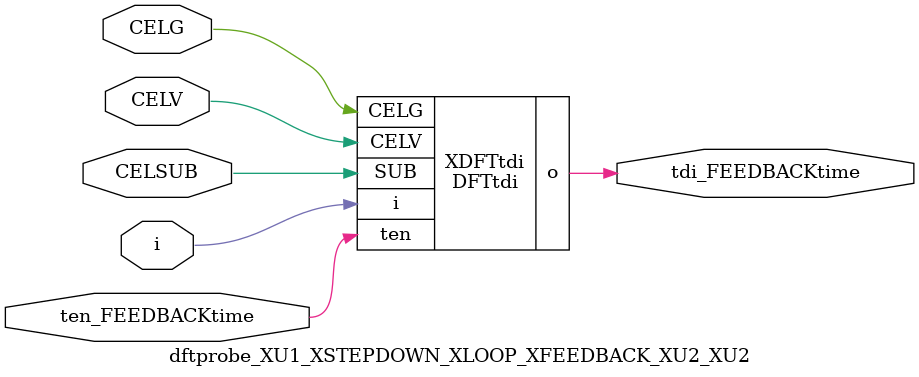
<source format=v>


module DFTtdi ( o, CELV, SUB, i, ten, CELG );

  input CELV;
  input ten;
  input i;
  output o;
  input CELG;
  input SUB;
endmodule


module dftprobe_XU1_XSTEPDOWN_XLOOP_XFEEDBACK_XU2_XU2 (i,tdi_FEEDBACKtime,ten_FEEDBACKtime,CELG,CELSUB,CELV);
input  i;
output  tdi_FEEDBACKtime;
input  ten_FEEDBACKtime;
input  CELG;
input  CELSUB;
input  CELV;

DFTtdi XDFTtdi(
  .i (i),
  .o (tdi_FEEDBACKtime),
  .ten (ten_FEEDBACKtime),
  .CELG (CELG),
  .SUB (CELSUB),
  .CELV (CELV)
);

endmodule


</source>
